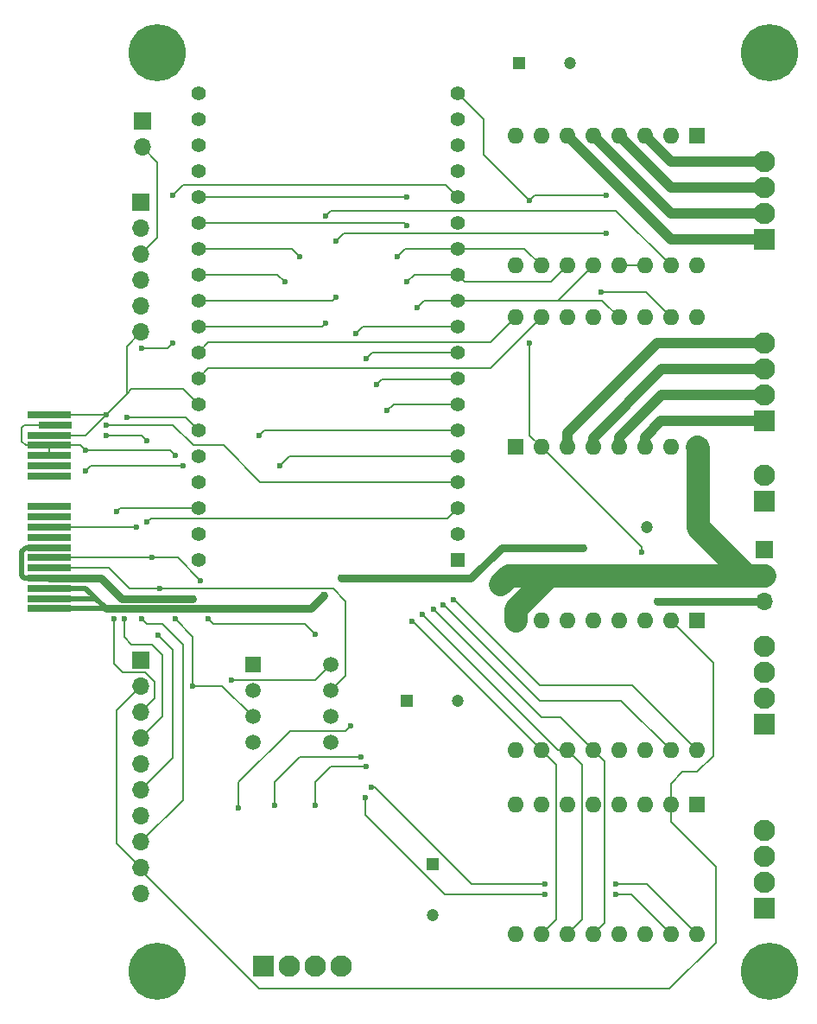
<source format=gbr>
%TF.GenerationSoftware,KiCad,Pcbnew,8.0.7*%
%TF.CreationDate,2025-01-17T12:14:06-05:00*%
%TF.ProjectId,BREAD_slice_v2,42524541-445f-4736-9c69-63655f76322e,rev?*%
%TF.SameCoordinates,Original*%
%TF.FileFunction,Copper,L2,Bot*%
%TF.FilePolarity,Positive*%
%FSLAX46Y46*%
G04 Gerber Fmt 4.6, Leading zero omitted, Abs format (unit mm)*
G04 Created by KiCad (PCBNEW 8.0.7) date 2025-01-17 12:14:06*
%MOMM*%
%LPD*%
G01*
G04 APERTURE LIST*
%TA.AperFunction,ComponentPad*%
%ADD10R,1.408000X1.408000*%
%TD*%
%TA.AperFunction,ComponentPad*%
%ADD11C,1.408000*%
%TD*%
%TA.AperFunction,ComponentPad*%
%ADD12R,1.700000X1.700000*%
%TD*%
%TA.AperFunction,ComponentPad*%
%ADD13O,1.700000X1.700000*%
%TD*%
%TA.AperFunction,ComponentPad*%
%ADD14R,1.600000X1.600000*%
%TD*%
%TA.AperFunction,ComponentPad*%
%ADD15O,1.600000X1.600000*%
%TD*%
%TA.AperFunction,ComponentPad*%
%ADD16C,1.200000*%
%TD*%
%TA.AperFunction,ComponentPad*%
%ADD17R,1.200000X1.200000*%
%TD*%
%TA.AperFunction,ComponentPad*%
%ADD18C,5.600000*%
%TD*%
%TA.AperFunction,ComponentPad*%
%ADD19R,2.100000X2.100000*%
%TD*%
%TA.AperFunction,ComponentPad*%
%ADD20C,2.100000*%
%TD*%
%TA.AperFunction,ComponentPad*%
%ADD21R,1.498600X1.498600*%
%TD*%
%TA.AperFunction,ComponentPad*%
%ADD22C,1.498600*%
%TD*%
%TA.AperFunction,ConnectorPad*%
%ADD23R,4.300000X0.700000*%
%TD*%
%TA.AperFunction,ConnectorPad*%
%ADD24R,3.200000X0.700000*%
%TD*%
%TA.AperFunction,ViaPad*%
%ADD25C,0.600000*%
%TD*%
%TA.AperFunction,ViaPad*%
%ADD26C,0.750000*%
%TD*%
%TA.AperFunction,ViaPad*%
%ADD27C,2.000000*%
%TD*%
%TA.AperFunction,Conductor*%
%ADD28C,0.200000*%
%TD*%
%TA.AperFunction,Conductor*%
%ADD29C,1.000000*%
%TD*%
%TA.AperFunction,Conductor*%
%ADD30C,0.500000*%
%TD*%
%TA.AperFunction,Conductor*%
%ADD31C,0.750000*%
%TD*%
%TA.AperFunction,Conductor*%
%ADD32C,2.250000*%
%TD*%
G04 APERTURE END LIST*
D10*
%TO.P,U1,J2_1,3V3*%
%TO.N,unconnected-(U1-3V3-PadJ2_1)*%
X164427500Y-104705000D03*
D11*
%TO.P,U1,J2_2,EN*%
%TO.N,unconnected-(U1-EN-PadJ2_2)*%
X164427500Y-102165000D03*
%TO.P,U1,J2_3,SENSOR_VP*%
%TO.N,/EstpCh1*%
X164427500Y-99625000D03*
%TO.P,U1,J2_4,SENSOR_VN*%
%TO.N,/EstpCh2*%
X164427500Y-97085000D03*
%TO.P,U1,J2_5,IO34*%
%TO.N,/TX*%
X164427500Y-94545000D03*
%TO.P,U1,J2_6,IO35*%
%TO.N,/RX*%
X164427500Y-92005000D03*
%TO.P,U1,J2_7,IO32*%
%TO.N,/AG_1*%
X164427500Y-89465000D03*
%TO.P,U1,J2_8,IO33*%
%TO.N,/AG_2*%
X164427500Y-86925000D03*
%TO.P,U1,J2_9,IO25*%
%TO.N,/AG_3*%
X164427500Y-84385000D03*
%TO.P,U1,J2_10,IO26*%
%TO.N,/AG_4*%
X164427500Y-81845000D03*
%TO.P,U1,J2_11,IO27*%
%TO.N,/MS1*%
X164427500Y-79305000D03*
%TO.P,U1,J2_12,IO14*%
%TO.N,/MS2*%
X164427500Y-76765000D03*
%TO.P,U1,J2_13,IO12*%
%TO.N,/MS3*%
X164427500Y-74225000D03*
%TO.P,U1,J2_14,GND_J2_14*%
%TO.N,GND*%
X164427500Y-71685000D03*
%TO.P,U1,J2_15,IO13*%
%TO.N,/SYNC*%
X164427500Y-69145000D03*
%TO.P,U1,J2_16,SD2*%
%TO.N,unconnected-(U1-SD2-PadJ2_16)*%
X164427500Y-66605000D03*
%TO.P,U1,J2_17,SD3*%
%TO.N,unconnected-(U1-SD3-PadJ2_17)*%
X164427500Y-64065000D03*
%TO.P,U1,J2_18,CMD*%
%TO.N,unconnected-(U1-CMD-PadJ2_18)*%
X164427500Y-61525000D03*
%TO.P,U1,J2_19,EXT_5V*%
%TO.N,+5V*%
X164427500Y-58985000D03*
%TO.P,U1,J3_1,GND_J3_1*%
%TO.N,GND*%
X139027500Y-104705000D03*
%TO.P,U1,J3_2,IO23*%
%TO.N,unconnected-(U1-IO23-PadJ3_2)*%
X139027500Y-102165000D03*
%TO.P,U1,J3_3,IO22*%
%TO.N,/SCL*%
X139027500Y-99625000D03*
%TO.P,U1,J3_4,TXD0*%
%TO.N,unconnected-(U1-TXD0-PadJ3_4)*%
X139027500Y-97085000D03*
%TO.P,U1,J3_5,RXD0*%
%TO.N,unconnected-(U1-RXD0-PadJ3_5)*%
X139027500Y-94545000D03*
%TO.P,U1,J3_6,IO21*%
%TO.N,/SDA*%
X139027500Y-92005000D03*
%TO.P,U1,J3_7,GND_J3_7*%
%TO.N,GND*%
X139027500Y-89465000D03*
%TO.P,U1,J3_8,IO19*%
%TO.N,/ST_1*%
X139027500Y-86925000D03*
%TO.P,U1,J3_9,IO18*%
%TO.N,/DR_1*%
X139027500Y-84385000D03*
%TO.P,U1,J3_10,IO5*%
%TO.N,/ST_2*%
X139027500Y-81845000D03*
%TO.P,U1,J3_11,IO17*%
%TO.N,/DR_2*%
X139027500Y-79305000D03*
%TO.P,U1,J3_12,IO16*%
%TO.N,/ST_3*%
X139027500Y-76765000D03*
%TO.P,U1,J3_13,IO4*%
%TO.N,/DR_3*%
X139027500Y-74225000D03*
%TO.P,U1,J3_14,IO0*%
%TO.N,/ST_4*%
X139027500Y-71685000D03*
%TO.P,U1,J3_15,IO2*%
%TO.N,/DR_4*%
X139027500Y-69145000D03*
%TO.P,U1,J3_16,IO15*%
%TO.N,/Sl1Lt*%
X139027500Y-66605000D03*
%TO.P,U1,J3_17,SD1*%
%TO.N,unconnected-(U1-SD1-PadJ3_17)*%
X139027500Y-64065000D03*
%TO.P,U1,J3_18,SD0*%
%TO.N,unconnected-(U1-SD0-PadJ3_18)*%
X139027500Y-61525000D03*
%TO.P,U1,J3_19,CLK*%
%TO.N,unconnected-(U1-CLK-PadJ3_19)*%
X139027500Y-58985000D03*
%TD*%
D12*
%TO.P,J4,1,Pin_1*%
%TO.N,+5V*%
X133400000Y-69675000D03*
D13*
%TO.P,J4,2,Pin_2*%
%TO.N,/CANH*%
X133400000Y-72215000D03*
%TO.P,J4,3,Pin_3*%
%TO.N,/CANL*%
X133400000Y-74755000D03*
%TO.P,J4,4,Pin_4*%
%TO.N,/SCL*%
X133400000Y-77295000D03*
%TO.P,J4,5,Pin_5*%
%TO.N,/SDA*%
X133400000Y-79835000D03*
%TO.P,J4,6,Pin_6*%
%TO.N,GND*%
X133400000Y-82375000D03*
%TD*%
D14*
%TO.P,A4,1,GND*%
%TO.N,GND*%
X187890000Y-110660000D03*
D15*
%TO.P,A4,2,VDD*%
%TO.N,+5V*%
X185350000Y-110660000D03*
%TO.P,A4,3,1B*%
%TO.N,/A4_1B*%
X182810000Y-110660000D03*
%TO.P,A4,4,1A*%
%TO.N,/A4_1A*%
X180270000Y-110660000D03*
%TO.P,A4,5,2A*%
%TO.N,/A4_2A*%
X177730000Y-110660000D03*
%TO.P,A4,6,2B*%
%TO.N,/A4_2B*%
X175190000Y-110660000D03*
%TO.P,A4,7,GND*%
%TO.N,GND*%
X172650000Y-110660000D03*
%TO.P,A4,8,VMOT*%
%TO.N,/M_POWER*%
X170110000Y-110660000D03*
%TO.P,A4,9,~{ENABLE}*%
%TO.N,unconnected-(A4-~{ENABLE}-Pad9)*%
X170110000Y-123360000D03*
%TO.P,A4,10,MS1*%
%TO.N,/MS3*%
X172650000Y-123360000D03*
%TO.P,A4,11,MS2*%
%TO.N,/MS2*%
X175190000Y-123360000D03*
%TO.P,A4,12,MS3*%
%TO.N,/MS1*%
X177730000Y-123360000D03*
%TO.P,A4,13,~{RESET}*%
%TO.N,Net-(A4-~{RESET})*%
X180270000Y-123360000D03*
%TO.P,A4,14,~{SLEEP}*%
X182810000Y-123360000D03*
%TO.P,A4,15,STEP*%
%TO.N,/ST_4*%
X185350000Y-123360000D03*
%TO.P,A4,16,DIR*%
%TO.N,/DR_4*%
X187890000Y-123360000D03*
%TD*%
D16*
%TO.P,C4,N*%
%TO.N,GND*%
X164500000Y-118500000D03*
D17*
%TO.P,C4,P*%
%TO.N,/M_POWER*%
X159500000Y-118500000D03*
%TD*%
D18*
%TO.P,H4,1*%
%TO.N,N/C*%
X195000000Y-145000000D03*
%TD*%
D19*
%TO.P,J10,1,Pin_1*%
%TO.N,/A1_2B*%
X194500000Y-91120000D03*
D20*
%TO.P,J10,2,Pin_2*%
%TO.N,/A1_2A*%
X194500000Y-88580000D03*
%TO.P,J10,3,Pin_3*%
%TO.N,/A1_1A*%
X194500000Y-86040000D03*
%TO.P,J10,4,Pin_4*%
%TO.N,/A1_1B*%
X194500000Y-83500000D03*
%TD*%
D16*
%TO.P,C3,N*%
%TO.N,GND*%
X175500000Y-56000000D03*
D17*
%TO.P,C3,P*%
%TO.N,/M_POWER*%
X170500000Y-56000000D03*
%TD*%
D19*
%TO.P,J2,1,Pin_1*%
%TO.N,/A_IN4*%
X145420000Y-144500000D03*
D20*
%TO.P,J2,2,Pin_2*%
%TO.N,/A_IN3*%
X147960000Y-144500000D03*
%TO.P,J2,3,Pin_3*%
%TO.N,/A_IN2*%
X150500000Y-144500000D03*
%TO.P,J2,4,Pin_4*%
%TO.N,/A_IN1*%
X153040000Y-144500000D03*
%TD*%
D14*
%TO.P,A3,1,GND*%
%TO.N,GND*%
X187890000Y-128660000D03*
D15*
%TO.P,A3,2,VDD*%
%TO.N,+5V*%
X185350000Y-128660000D03*
%TO.P,A3,3,1B*%
%TO.N,/A3_1B*%
X182810000Y-128660000D03*
%TO.P,A3,4,1A*%
%TO.N,/A3_1A*%
X180270000Y-128660000D03*
%TO.P,A3,5,2A*%
%TO.N,/A3_2A*%
X177730000Y-128660000D03*
%TO.P,A3,6,2B*%
%TO.N,/A3_2B*%
X175190000Y-128660000D03*
%TO.P,A3,7,GND*%
%TO.N,GND*%
X172650000Y-128660000D03*
%TO.P,A3,8,VMOT*%
%TO.N,/M_POWER*%
X170110000Y-128660000D03*
%TO.P,A3,9,~{ENABLE}*%
%TO.N,unconnected-(A3-~{ENABLE}-Pad9)*%
X170110000Y-141360000D03*
%TO.P,A3,10,MS1*%
%TO.N,/MS3*%
X172650000Y-141360000D03*
%TO.P,A3,11,MS2*%
%TO.N,/MS2*%
X175190000Y-141360000D03*
%TO.P,A3,12,MS3*%
%TO.N,/MS1*%
X177730000Y-141360000D03*
%TO.P,A3,13,~{RESET}*%
%TO.N,Net-(A3-~{RESET})*%
X180270000Y-141360000D03*
%TO.P,A3,14,~{SLEEP}*%
X182810000Y-141360000D03*
%TO.P,A3,15,STEP*%
%TO.N,/ST_3*%
X185350000Y-141360000D03*
%TO.P,A3,16,DIR*%
%TO.N,/DR_3*%
X187890000Y-141360000D03*
%TD*%
D21*
%TO.P,U2,1,TXD*%
%TO.N,/RX*%
X144380000Y-115000000D03*
D22*
%TO.P,U2,2,VSS*%
%TO.N,GND*%
X144380000Y-117540000D03*
%TO.P,U2,3,VDD*%
%TO.N,+5V*%
X144380000Y-120080000D03*
%TO.P,U2,4,RXD*%
%TO.N,/TX*%
X144380000Y-122620000D03*
%TO.P,U2,5,SPLIT*%
%TO.N,unconnected-(U2-SPLIT-Pad5)*%
X152000000Y-122620000D03*
%TO.P,U2,6,CANL*%
%TO.N,/CANL*%
X152000000Y-120080000D03*
%TO.P,U2,7,CANH*%
%TO.N,/CANH*%
X152000000Y-117540000D03*
%TO.P,U2,8,STBY*%
%TO.N,Net-(U2-STBY)*%
X152000000Y-115000000D03*
%TD*%
D14*
%TO.P,A1,1,GND*%
%TO.N,GND*%
X170110000Y-93645000D03*
D15*
%TO.P,A1,2,VDD*%
%TO.N,+5V*%
X172650000Y-93645000D03*
%TO.P,A1,3,1B*%
%TO.N,/A1_1B*%
X175190000Y-93645000D03*
%TO.P,A1,4,1A*%
%TO.N,/A1_1A*%
X177730000Y-93645000D03*
%TO.P,A1,5,2A*%
%TO.N,/A1_2A*%
X180270000Y-93645000D03*
%TO.P,A1,6,2B*%
%TO.N,/A1_2B*%
X182810000Y-93645000D03*
%TO.P,A1,7,GND*%
%TO.N,GND*%
X185350000Y-93645000D03*
%TO.P,A1,8,VMOT*%
%TO.N,/M_POWER*%
X187890000Y-93645000D03*
%TO.P,A1,9,~{ENABLE}*%
%TO.N,unconnected-(A1-~{ENABLE}-Pad9)*%
X187890000Y-80945000D03*
%TO.P,A1,10,MS1*%
%TO.N,/MS3*%
X185350000Y-80945000D03*
%TO.P,A1,11,MS2*%
%TO.N,/MS2*%
X182810000Y-80945000D03*
%TO.P,A1,12,MS3*%
%TO.N,/MS1*%
X180270000Y-80945000D03*
%TO.P,A1,13,~{RESET}*%
%TO.N,Net-(A1-~{RESET})*%
X177730000Y-80945000D03*
%TO.P,A1,14,~{SLEEP}*%
X175190000Y-80945000D03*
%TO.P,A1,15,STEP*%
%TO.N,/ST_1*%
X172650000Y-80945000D03*
%TO.P,A1,16,DIR*%
%TO.N,/DR_1*%
X170110000Y-80945000D03*
%TD*%
D19*
%TO.P,J11,1,Pin_1*%
%TO.N,/A2_2B*%
X194500000Y-73315000D03*
D20*
%TO.P,J11,2,Pin_2*%
%TO.N,/A2_2A*%
X194500000Y-70775000D03*
%TO.P,J11,3,Pin_3*%
%TO.N,/A2_1A*%
X194500000Y-68235000D03*
%TO.P,J11,4,Pin_4*%
%TO.N,/A2_1B*%
X194500000Y-65695000D03*
%TD*%
D12*
%TO.P,J7,1,Pin_1*%
%TO.N,GND*%
X133400000Y-114550000D03*
D13*
%TO.P,J7,2,Pin_2*%
%TO.N,+5V*%
X133400000Y-117090000D03*
%TO.P,J7,3,Pin_3*%
%TO.N,/SCL*%
X133400000Y-119630000D03*
%TO.P,J7,4,Pin_4*%
%TO.N,/SDA*%
X133400000Y-122170000D03*
%TO.P,J7,5,Pin_5*%
%TO.N,GND*%
X133400000Y-124710000D03*
%TO.P,J7,6,Pin_6*%
%TO.N,/EstpCh1*%
X133400000Y-127250000D03*
%TO.P,J7,7,Pin_7*%
%TO.N,unconnected-(J7-Pin_7-Pad7)*%
X133400000Y-129790000D03*
%TO.P,J7,8,Pin_8*%
%TO.N,/SYNC*%
X133400000Y-132330000D03*
%TO.P,J7,9,Pin_9*%
%TO.N,+5V*%
X133400000Y-134870000D03*
%TO.P,J7,10,Pin_10*%
%TO.N,GND*%
X133400000Y-137410000D03*
%TD*%
D18*
%TO.P,H2,1*%
%TO.N,N/C*%
X195000000Y-55000000D03*
%TD*%
D19*
%TO.P,J8,1,Pin_1*%
%TO.N,/A3_2B*%
X194500000Y-138815000D03*
D20*
%TO.P,J8,2,Pin_2*%
%TO.N,/A3_2A*%
X194500000Y-136275000D03*
%TO.P,J8,3,Pin_3*%
%TO.N,/A3_1A*%
X194500000Y-133735000D03*
%TO.P,J8,4,Pin_4*%
%TO.N,/A3_1B*%
X194500000Y-131195000D03*
%TD*%
D12*
%TO.P,J6,1,Pin_1*%
%TO.N,/CANH*%
X133525000Y-61750000D03*
D13*
%TO.P,J6,2,Pin_2*%
%TO.N,/CANL*%
X133525000Y-64290000D03*
%TD*%
D16*
%TO.P,C5,N*%
%TO.N,GND*%
X162000000Y-139500000D03*
D17*
%TO.P,C5,P*%
%TO.N,/M_POWER*%
X162000000Y-134500000D03*
%TD*%
D12*
%TO.P,J3,1,Pin_1*%
%TO.N,Net-(J3-Pin_1)*%
X194500000Y-103680000D03*
D13*
%TO.P,J3,2,Pin_2*%
%TO.N,/M_POWER*%
X194500000Y-106220000D03*
%TO.P,J3,3,Pin_3*%
%TO.N,+12V*%
X194500000Y-108760000D03*
%TD*%
D19*
%TO.P,J5,1,Pin_1*%
%TO.N,Net-(J3-Pin_1)*%
X194500000Y-99000000D03*
D20*
%TO.P,J5,2,Pin_2*%
%TO.N,GND*%
X194500000Y-96460000D03*
%TD*%
D16*
%TO.P,C2,N*%
%TO.N,GND*%
X183000000Y-101500000D03*
D17*
%TO.P,C2,P*%
%TO.N,/M_POWER*%
X188000000Y-101500000D03*
%TD*%
D18*
%TO.P,H3,1*%
%TO.N,N/C*%
X135000000Y-145000000D03*
%TD*%
%TO.P,H1,1*%
%TO.N,N/C*%
X135000000Y-55000000D03*
%TD*%
D14*
%TO.P,A2,1,GND*%
%TO.N,GND*%
X187890000Y-63160000D03*
D15*
%TO.P,A2,2,VDD*%
%TO.N,+5V*%
X185350000Y-63160000D03*
%TO.P,A2,3,1B*%
%TO.N,/A2_1B*%
X182810000Y-63160000D03*
%TO.P,A2,4,1A*%
%TO.N,/A2_1A*%
X180270000Y-63160000D03*
%TO.P,A2,5,2A*%
%TO.N,/A2_2A*%
X177730000Y-63160000D03*
%TO.P,A2,6,2B*%
%TO.N,/A2_2B*%
X175190000Y-63160000D03*
%TO.P,A2,7,GND*%
%TO.N,GND*%
X172650000Y-63160000D03*
%TO.P,A2,8,VMOT*%
%TO.N,/M_POWER*%
X170110000Y-63160000D03*
%TO.P,A2,9,~{ENABLE}*%
%TO.N,unconnected-(A2-~{ENABLE}-Pad9)*%
X170110000Y-75860000D03*
%TO.P,A2,10,MS1*%
%TO.N,/MS3*%
X172650000Y-75860000D03*
%TO.P,A2,11,MS2*%
%TO.N,/MS2*%
X175190000Y-75860000D03*
%TO.P,A2,12,MS3*%
%TO.N,/MS1*%
X177730000Y-75860000D03*
%TO.P,A2,13,~{RESET}*%
%TO.N,Net-(A2-~{RESET})*%
X180270000Y-75860000D03*
%TO.P,A2,14,~{SLEEP}*%
X182810000Y-75860000D03*
%TO.P,A2,15,STEP*%
%TO.N,/ST_2*%
X185350000Y-75860000D03*
%TO.P,A2,16,DIR*%
%TO.N,/DR_2*%
X187890000Y-75860000D03*
%TD*%
D19*
%TO.P,J9,1,Pin_1*%
%TO.N,/A4_2B*%
X194500000Y-120815000D03*
D20*
%TO.P,J9,2,Pin_2*%
%TO.N,/A4_2A*%
X194500000Y-118275000D03*
%TO.P,J9,3,Pin_3*%
%TO.N,/A4_1A*%
X194500000Y-115735000D03*
%TO.P,J9,4,Pin_4*%
%TO.N,/A4_1B*%
X194500000Y-113195000D03*
%TD*%
D23*
%TO.P,J1,B1,B1*%
%TO.N,+12V*%
X124450000Y-109500000D03*
%TO.P,J1,B2,B2*%
X124450000Y-108500000D03*
%TO.P,J1,B3,B3*%
X124450000Y-107500000D03*
%TO.P,J1,B4,B4*%
%TO.N,GND*%
X124450000Y-106500000D03*
%TO.P,J1,B5,B5*%
%TO.N,/CANH*%
X124450000Y-105500000D03*
%TO.P,J1,B6,B6*%
%TO.N,/CANL*%
X124450000Y-104500000D03*
%TO.P,J1,B7,B7*%
%TO.N,GND*%
X124450000Y-103500000D03*
%TO.P,J1,B8,B8*%
%TO.N,unconnected-(J1-PadB8)*%
X124450000Y-102500000D03*
%TO.P,J1,B9,B9*%
%TO.N,/SYNC*%
X124450000Y-101500000D03*
%TO.P,J1,B10,B10*%
%TO.N,unconnected-(J1-PadB10)*%
X124450000Y-100500000D03*
%TO.P,J1,B11,B11*%
%TO.N,unconnected-(J1-PadB11)*%
X124450000Y-99500000D03*
%TO.P,J1,B12,B12*%
%TO.N,unconnected-(J1-PadB12)*%
X124450000Y-96500000D03*
%TO.P,J1,B13,B13*%
%TO.N,unconnected-(J1-PadB13)*%
X124450000Y-95500000D03*
%TO.P,J1,B14,B14*%
%TO.N,+5V*%
X124450000Y-94500000D03*
%TO.P,J1,B15,B15*%
X124450000Y-93500000D03*
%TO.P,J1,B16,B16*%
%TO.N,GND*%
X124450000Y-92500000D03*
D24*
%TO.P,J1,B17,B17*%
%TO.N,+5V*%
X125000000Y-91500000D03*
D23*
%TO.P,J1,B18,B18*%
%TO.N,GND*%
X124450000Y-90500000D03*
%TD*%
D25*
%TO.N,/MS1*%
X160500000Y-80000000D03*
X162052500Y-109592500D03*
D26*
%TO.N,GND*%
X138500000Y-108500000D03*
X130000000Y-107000000D03*
D25*
X130000000Y-90500000D03*
%TO.N,+5V*%
X128000000Y-94000000D03*
X179000000Y-69000000D03*
X182500000Y-104000000D03*
X136750000Y-94500000D03*
X171500000Y-69500000D03*
X138500000Y-117090000D03*
X136750000Y-110500000D03*
X171500000Y-83500000D03*
%TO.N,/MS2*%
X159500000Y-77500000D03*
X160967500Y-110092500D03*
D27*
%TO.N,/M_POWER*%
X168625000Y-107125000D03*
D25*
%TO.N,/MS3*%
X160000000Y-110750000D03*
X178500000Y-78500000D03*
X158500000Y-75000000D03*
%TO.N,/ST_2*%
X151500000Y-71000000D03*
X151500000Y-81500000D03*
%TO.N,/DR_2*%
X179000000Y-72689000D03*
X152500000Y-73500000D03*
X152500000Y-79000000D03*
%TO.N,/ST_3*%
X173000000Y-137500000D03*
X147500000Y-77500000D03*
X155424264Y-128000000D03*
X180000000Y-137500000D03*
%TO.N,/DR_3*%
X149000000Y-75000000D03*
X155976065Y-127000000D03*
X180000000Y-136500000D03*
X173000000Y-136500000D03*
%TO.N,/DR_4*%
X159500000Y-69145000D03*
X164052500Y-108592500D03*
%TO.N,/ST_4*%
X159500000Y-72000000D03*
X163052500Y-109092500D03*
%TO.N,/AG_1*%
X157562500Y-90062500D03*
%TO.N,/AG_2*%
X155500000Y-125000000D03*
X150500000Y-128737500D03*
X156500000Y-87500000D03*
%TO.N,/AG_3*%
X146500000Y-128737500D03*
X155500000Y-85000000D03*
X155000000Y-124000000D03*
%TO.N,/AG_4*%
X154500000Y-82500000D03*
X154000000Y-121000000D03*
X143000000Y-129000000D03*
D26*
%TO.N,+12V*%
X151375000Y-108175000D03*
X184000000Y-108760000D03*
X153000000Y-106500000D03*
X176750000Y-103500000D03*
X130000000Y-109500000D03*
D25*
%TO.N,/SYNC*%
X136500000Y-69000000D03*
X133500000Y-84000000D03*
X133500000Y-110500000D03*
X136500000Y-83500000D03*
X133000000Y-101500000D03*
%TO.N,/Sl1Lt*%
X128000000Y-96000000D03*
X137500000Y-95500000D03*
%TO.N,/EstpCh1*%
X135100000Y-112100000D03*
X130000000Y-92500000D03*
X134000000Y-93000000D03*
X134000000Y-101000000D03*
%TO.N,/CANL*%
X140000000Y-110500000D03*
X150500000Y-112000000D03*
X139250000Y-106750000D03*
X134500000Y-104500000D03*
%TO.N,/EstpCh2*%
X130000000Y-91500000D03*
%TO.N,/CANH*%
X135250000Y-107500000D03*
%TO.N,/SCL*%
X131000000Y-100025000D03*
X130750000Y-110500000D03*
%TO.N,/SDA*%
X132000000Y-90750000D03*
X131750000Y-110500000D03*
%TO.N,Net-(U2-STBY)*%
X142250000Y-116490700D03*
%TO.N,/RX*%
X145000000Y-92500000D03*
%TO.N,/TX*%
X147000000Y-95500000D03*
%TD*%
D28*
%TO.N,/MS1*%
X162092500Y-109592500D02*
X172651471Y-120151471D01*
X172651471Y-120151471D02*
X174521471Y-120151471D01*
X174285000Y-79305000D02*
X177730000Y-75860000D01*
X174521471Y-120151471D02*
X177730000Y-123360000D01*
X178630000Y-79305000D02*
X180270000Y-80945000D01*
X162052500Y-109592500D02*
X162092500Y-109592500D01*
X178830000Y-140260000D02*
X177730000Y-141360000D01*
X177730000Y-123360000D02*
X178830000Y-124460000D01*
X160500000Y-80000000D02*
X161195000Y-79305000D01*
X164427500Y-79305000D02*
X174285000Y-79305000D01*
X174285000Y-79305000D02*
X178630000Y-79305000D01*
X178830000Y-124460000D02*
X178830000Y-140260000D01*
X161195000Y-79305000D02*
X164427500Y-79305000D01*
D29*
%TO.N,/A1_1B*%
X175190000Y-92310000D02*
X184000000Y-83500000D01*
X184000000Y-83500000D02*
X194500000Y-83500000D01*
X175190000Y-93645000D02*
X175190000Y-92310000D01*
D30*
%TO.N,GND*%
X121750000Y-106250000D02*
X122000000Y-106500000D01*
D28*
X124450000Y-92500000D02*
X128000000Y-92500000D01*
X137562500Y-88000000D02*
X139027500Y-89465000D01*
X124450000Y-90500000D02*
X130000000Y-90500000D01*
X132000000Y-88500000D02*
X132000000Y-83775000D01*
X132000000Y-83775000D02*
X133400000Y-82375000D01*
D30*
X124450000Y-103500000D02*
X122100000Y-103500000D01*
D28*
X130000000Y-90500000D02*
X132000000Y-88500000D01*
D31*
X131500000Y-108500000D02*
X138500000Y-108500000D01*
X129500000Y-106500000D02*
X130000000Y-107000000D01*
D28*
X128000000Y-92500000D02*
X130000000Y-90500000D01*
D30*
X121750000Y-103850000D02*
X121750000Y-106250000D01*
D31*
X130000000Y-107000000D02*
X131500000Y-108500000D01*
D28*
X132000000Y-88500000D02*
X132500000Y-88000000D01*
D30*
X122000000Y-106500000D02*
X124450000Y-106500000D01*
X122100000Y-103500000D02*
X121750000Y-103850000D01*
D31*
X124450000Y-106500000D02*
X129500000Y-106500000D01*
D28*
X132500000Y-88000000D02*
X137562500Y-88000000D01*
%TO.N,/ST_1*%
X140031500Y-85921000D02*
X167674000Y-85921000D01*
X167674000Y-85921000D02*
X172650000Y-80945000D01*
X139027500Y-86925000D02*
X140031500Y-85921000D01*
%TO.N,+5V*%
X185350000Y-110660000D02*
X189500000Y-114810000D01*
X166942500Y-61500000D02*
X164427500Y-58985000D01*
X189750000Y-142250000D02*
X185250000Y-146750000D01*
X185350000Y-128660000D02*
X185350000Y-130350000D01*
X133400000Y-135150000D02*
X133400000Y-134870000D01*
X127500000Y-93500000D02*
X128000000Y-94000000D01*
X121750000Y-93150000D02*
X122100000Y-93500000D01*
X133400000Y-117090000D02*
X131000000Y-119490000D01*
X121750000Y-91750000D02*
X121750000Y-93150000D01*
X138500000Y-117090000D02*
X138500000Y-112250000D01*
X124450000Y-93500000D02*
X127500000Y-93500000D01*
X186500000Y-125500000D02*
X185350000Y-126650000D01*
X187902817Y-125500000D02*
X186500000Y-125500000D01*
X189500000Y-114810000D02*
X189500000Y-123902817D01*
X189500000Y-123902817D02*
X187902817Y-125500000D01*
X172000000Y-69000000D02*
X179000000Y-69000000D01*
X145000000Y-146750000D02*
X133400000Y-135150000D01*
X167000000Y-65000000D02*
X167000000Y-61500000D01*
X185350000Y-126650000D02*
X185350000Y-128660000D01*
X136750000Y-94500000D02*
X136250000Y-94000000D01*
X124450000Y-93500000D02*
X124450000Y-94500000D01*
X171500000Y-69500000D02*
X167000000Y-65000000D01*
X171500000Y-69500000D02*
X172000000Y-69000000D01*
X131000000Y-119490000D02*
X131000000Y-132470000D01*
X136250000Y-94000000D02*
X128000000Y-94000000D01*
X185350000Y-130350000D02*
X189750000Y-134750000D01*
X141390000Y-117090000D02*
X144380000Y-120080000D01*
X189750000Y-134750000D02*
X189750000Y-142250000D01*
X182500000Y-103495000D02*
X172650000Y-93645000D01*
X122000000Y-91500000D02*
X121750000Y-91750000D01*
X185250000Y-146750000D02*
X145000000Y-146750000D01*
X171500000Y-92495000D02*
X171500000Y-83500000D01*
X131000000Y-132470000D02*
X133400000Y-134870000D01*
X138500000Y-117090000D02*
X141390000Y-117090000D01*
X172650000Y-93645000D02*
X171500000Y-92495000D01*
X122100000Y-93500000D02*
X124450000Y-93500000D01*
X138500000Y-112250000D02*
X136750000Y-110500000D01*
X167000000Y-61500000D02*
X166942500Y-61500000D01*
X182500000Y-104000000D02*
X182500000Y-103495000D01*
X125000000Y-91500000D02*
X122000000Y-91500000D01*
%TO.N,/DR_1*%
X140031500Y-83381000D02*
X167674000Y-83381000D01*
X139027500Y-84385000D02*
X140031500Y-83381000D01*
X167674000Y-83381000D02*
X170110000Y-80945000D01*
D29*
%TO.N,/A1_2A*%
X184420000Y-88580000D02*
X194500000Y-88580000D01*
X180270000Y-92730000D02*
X184420000Y-88580000D01*
X180270000Y-93645000D02*
X180270000Y-92730000D01*
D28*
%TO.N,/MS2*%
X176630000Y-139920000D02*
X175190000Y-141360000D01*
X174275000Y-123360000D02*
X175190000Y-123360000D01*
X176630000Y-124800000D02*
X176630000Y-139920000D01*
X161007500Y-110092500D02*
X174275000Y-123360000D01*
X160235000Y-76765000D02*
X164427500Y-76765000D01*
X164427500Y-76765000D02*
X165131500Y-77469000D01*
X160967500Y-110092500D02*
X161007500Y-110092500D01*
X175190000Y-123360000D02*
X176630000Y-124800000D01*
X159500000Y-77500000D02*
X160235000Y-76765000D01*
X165131500Y-77469000D02*
X173581000Y-77469000D01*
X173581000Y-77469000D02*
X175190000Y-75860000D01*
D32*
%TO.N,/M_POWER*%
X169500000Y-106250000D02*
X173388630Y-106250000D01*
X194500000Y-106220000D02*
X192720000Y-106220000D01*
X168625000Y-107125000D02*
X169500000Y-106250000D01*
X188000000Y-101500000D02*
X188000000Y-93755000D01*
X188000000Y-93755000D02*
X187890000Y-93645000D01*
X173388630Y-106250000D02*
X170110000Y-109528630D01*
X194470000Y-106250000D02*
X173388630Y-106250000D01*
X192720000Y-106220000D02*
X188000000Y-101500000D01*
X170110000Y-109528630D02*
X170110000Y-110660000D01*
X194500000Y-106220000D02*
X194470000Y-106250000D01*
D29*
%TO.N,/A1_2B*%
X184380000Y-91120000D02*
X194500000Y-91120000D01*
X182810000Y-92690000D02*
X184380000Y-91120000D01*
X182810000Y-93645000D02*
X182810000Y-92690000D01*
%TO.N,/A1_1A*%
X177730000Y-93645000D02*
X177730000Y-92770000D01*
X177730000Y-92770000D02*
X184460000Y-86040000D01*
X184460000Y-86040000D02*
X194500000Y-86040000D01*
D28*
%TO.N,/MS3*%
X174090000Y-139920000D02*
X172650000Y-141360000D01*
X160040000Y-110750000D02*
X160000000Y-110750000D01*
X172650000Y-123360000D02*
X160040000Y-110750000D01*
X159275000Y-74225000D02*
X164427500Y-74225000D01*
X178500000Y-78500000D02*
X182905000Y-78500000D01*
X172650000Y-123360000D02*
X174090000Y-124800000D01*
X158500000Y-75000000D02*
X159275000Y-74225000D01*
X164427500Y-74225000D02*
X171015000Y-74225000D01*
X182905000Y-78500000D02*
X185350000Y-80945000D01*
X174090000Y-124800000D02*
X174090000Y-139920000D01*
X171015000Y-74225000D02*
X172650000Y-75860000D01*
%TO.N,Net-(A2-~{RESET})*%
X180270000Y-75860000D02*
X182810000Y-75860000D01*
D29*
%TO.N,/A2_2B*%
X185345000Y-73315000D02*
X194500000Y-73315000D01*
X175190000Y-63160000D02*
X185345000Y-73315000D01*
D28*
%TO.N,/ST_2*%
X139027500Y-81845000D02*
X151155000Y-81845000D01*
X151500000Y-71000000D02*
X152000000Y-70500000D01*
X179990000Y-70500000D02*
X185350000Y-75860000D01*
X152000000Y-70500000D02*
X179990000Y-70500000D01*
X151155000Y-81845000D02*
X151500000Y-81500000D01*
D29*
%TO.N,/A2_1B*%
X185345000Y-65695000D02*
X194500000Y-65695000D01*
X182810000Y-63160000D02*
X185345000Y-65695000D01*
D28*
%TO.N,/DR_2*%
X139027500Y-79305000D02*
X152195000Y-79305000D01*
X153311000Y-72689000D02*
X179000000Y-72689000D01*
X152500000Y-73500000D02*
X153311000Y-72689000D01*
X179000000Y-72689000D02*
X179189000Y-72689000D01*
X152195000Y-79305000D02*
X152500000Y-79000000D01*
D29*
%TO.N,/A2_1A*%
X180270000Y-63160000D02*
X185345000Y-68235000D01*
X185345000Y-68235000D02*
X194500000Y-68235000D01*
%TO.N,/A2_2A*%
X177730000Y-63160000D02*
X185345000Y-70775000D01*
X185345000Y-70775000D02*
X194500000Y-70775000D01*
D28*
%TO.N,/ST_3*%
X139027500Y-76765000D02*
X146765000Y-76765000D01*
X155424264Y-129724264D02*
X163200000Y-137500000D01*
X155424264Y-128000000D02*
X155424264Y-129724264D01*
X181490000Y-137500000D02*
X185350000Y-141360000D01*
X163200000Y-137500000D02*
X173000000Y-137500000D01*
X180000000Y-137500000D02*
X181490000Y-137500000D01*
X146765000Y-76765000D02*
X147500000Y-77500000D01*
%TO.N,/DR_3*%
X155976065Y-127000000D02*
X156300000Y-127000000D01*
X165800000Y-136500000D02*
X173000000Y-136500000D01*
X148225000Y-74225000D02*
X149000000Y-75000000D01*
X156300000Y-127000000D02*
X165800000Y-136500000D01*
X183030000Y-136500000D02*
X187890000Y-141360000D01*
X180000000Y-136500000D02*
X183030000Y-136500000D01*
X139027500Y-74225000D02*
X148225000Y-74225000D01*
%TO.N,/DR_4*%
X172500000Y-117000000D02*
X181530000Y-117000000D01*
X164092500Y-108592500D02*
X172500000Y-117000000D01*
X164052500Y-108592500D02*
X164092500Y-108592500D01*
X159500000Y-69145000D02*
X139027500Y-69145000D01*
X181530000Y-117000000D02*
X187890000Y-123360000D01*
%TO.N,/ST_4*%
X172500000Y-118500000D02*
X180490000Y-118500000D01*
X159185000Y-71685000D02*
X139027500Y-71685000D01*
X163092500Y-109092500D02*
X172500000Y-118500000D01*
X163052500Y-109092500D02*
X163092500Y-109092500D01*
X180490000Y-118500000D02*
X185350000Y-123360000D01*
X159500000Y-72000000D02*
X159185000Y-71685000D01*
%TO.N,/AG_1*%
X158160000Y-89465000D02*
X164427500Y-89465000D01*
X157562500Y-90062500D02*
X158160000Y-89465000D01*
%TO.N,/AG_2*%
X157000000Y-87000000D02*
X164352500Y-87000000D01*
X150500000Y-126500000D02*
X150500000Y-128737500D01*
X164352500Y-87000000D02*
X164427500Y-86925000D01*
X155500000Y-125000000D02*
X152000000Y-125000000D01*
X156500000Y-87500000D02*
X157000000Y-87000000D01*
X152000000Y-125000000D02*
X150500000Y-126500000D01*
%TO.N,/AG_3*%
X156115000Y-84385000D02*
X164427500Y-84385000D01*
X149000000Y-124000000D02*
X155000000Y-124000000D01*
X155500000Y-85000000D02*
X156115000Y-84385000D01*
X146500000Y-128737500D02*
X146500000Y-126500000D01*
X146500000Y-126500000D02*
X149000000Y-124000000D01*
%TO.N,/AG_4*%
X143000000Y-126500000D02*
X143000000Y-129000000D01*
X154500000Y-82500000D02*
X155155000Y-81845000D01*
X154000000Y-121000000D02*
X153500000Y-121500000D01*
X148000000Y-121500000D02*
X143000000Y-126500000D01*
X153500000Y-121500000D02*
X148000000Y-121500000D01*
X155155000Y-81845000D02*
X164427500Y-81845000D01*
D31*
%TO.N,+12V*%
X150051000Y-109499000D02*
X130001000Y-109499000D01*
X151375000Y-108175000D02*
X150051000Y-109499000D01*
D30*
X124450000Y-107500000D02*
X128000000Y-107500000D01*
X124450000Y-109500000D02*
X130000000Y-109500000D01*
D31*
X165750000Y-106500000D02*
X168750000Y-103500000D01*
D30*
X129000000Y-108500000D02*
X130000000Y-109500000D01*
D31*
X130001000Y-109499000D02*
X130000000Y-109500000D01*
D30*
X128000000Y-107500000D02*
X130000000Y-109500000D01*
D31*
X184000000Y-108760000D02*
X194500000Y-108760000D01*
D30*
X124450000Y-108500000D02*
X129000000Y-108500000D01*
D31*
X168750000Y-103500000D02*
X176750000Y-103500000D01*
X153000000Y-106500000D02*
X165750000Y-106500000D01*
D28*
%TO.N,/SYNC*%
X135500000Y-111000000D02*
X137500000Y-113000000D01*
X137500000Y-68000000D02*
X163282500Y-68000000D01*
X134000000Y-111000000D02*
X135500000Y-111000000D01*
X133000000Y-101500000D02*
X124450000Y-101500000D01*
X136000000Y-84000000D02*
X133500000Y-84000000D01*
X137500000Y-113000000D02*
X137500000Y-128230000D01*
X136500000Y-69000000D02*
X137500000Y-68000000D01*
X136500000Y-83500000D02*
X136000000Y-84000000D01*
X133500000Y-110500000D02*
X134000000Y-111000000D01*
X163282500Y-68000000D02*
X164427500Y-69145000D01*
X137500000Y-128230000D02*
X133400000Y-132330000D01*
%TO.N,/Sl1Lt*%
X128500000Y-95500000D02*
X137500000Y-95500000D01*
X128000000Y-96000000D02*
X128500000Y-95500000D01*
%TO.N,/EstpCh1*%
X136500000Y-124150000D02*
X133400000Y-127250000D01*
X136500000Y-113500000D02*
X136500000Y-124150000D01*
X133500000Y-92500000D02*
X134000000Y-93000000D01*
X163423500Y-100629000D02*
X164427500Y-99625000D01*
X130000000Y-92500000D02*
X133500000Y-92500000D01*
X135100000Y-112100000D02*
X136500000Y-113500000D01*
X134000000Y-101000000D02*
X134371000Y-100629000D01*
X134371000Y-100629000D02*
X163423500Y-100629000D01*
%TO.N,/CANL*%
X134500000Y-104500000D02*
X124450000Y-104500000D01*
X140500000Y-111000000D02*
X149500000Y-111000000D01*
X140000000Y-110500000D02*
X140500000Y-111000000D01*
X137000000Y-104500000D02*
X134500000Y-104500000D01*
X149500000Y-111000000D02*
X150500000Y-112000000D01*
X139250000Y-106750000D02*
X137000000Y-104500000D01*
X135000000Y-65765000D02*
X133525000Y-64290000D01*
X133400000Y-74755000D02*
X135000000Y-73155000D01*
X135000000Y-73155000D02*
X135000000Y-65765000D01*
%TO.N,/EstpCh2*%
X141500000Y-93500000D02*
X145085000Y-97085000D01*
X138551315Y-93500000D02*
X141500000Y-93500000D01*
X145085000Y-97085000D02*
X164427500Y-97085000D01*
X130000000Y-91500000D02*
X136551315Y-91500000D01*
X136551315Y-91500000D02*
X138551315Y-93500000D01*
%TO.N,/CANH*%
X153500000Y-116040000D02*
X152000000Y-117540000D01*
X152250000Y-107500000D02*
X153500000Y-108750000D01*
X132250000Y-107500000D02*
X135250000Y-107500000D01*
X130250000Y-105500000D02*
X132250000Y-107500000D01*
X124450000Y-105500000D02*
X130250000Y-105500000D01*
X153500000Y-108750000D02*
X153500000Y-116040000D01*
X135250000Y-107500000D02*
X152250000Y-107500000D01*
%TO.N,/SCL*%
X131600000Y-115750000D02*
X130750000Y-114900000D01*
X134750000Y-116700000D02*
X133800000Y-115750000D01*
X131000000Y-100025000D02*
X131400000Y-99625000D01*
X133400000Y-119630000D02*
X134750000Y-118280000D01*
X134750000Y-118280000D02*
X134750000Y-116700000D01*
X130750000Y-114900000D02*
X130750000Y-110500000D01*
X133800000Y-115750000D02*
X131600000Y-115750000D01*
X131400000Y-99625000D02*
X139027500Y-99625000D01*
%TO.N,/SDA*%
X133400000Y-122170000D02*
X135500000Y-120070000D01*
X134500000Y-113000000D02*
X132500000Y-113000000D01*
X132500000Y-113000000D02*
X131750000Y-112250000D01*
X135500000Y-120070000D02*
X135500000Y-114000000D01*
X132000000Y-90750000D02*
X137772500Y-90750000D01*
X135500000Y-114000000D02*
X134500000Y-113000000D01*
X137772500Y-90750000D02*
X139027500Y-92005000D01*
X131750000Y-112250000D02*
X131750000Y-110500000D01*
%TO.N,Net-(U2-STBY)*%
X142250000Y-116490700D02*
X150509300Y-116490700D01*
X150509300Y-116490700D02*
X152000000Y-115000000D01*
%TO.N,/RX*%
X145495000Y-92005000D02*
X164427500Y-92005000D01*
X145000000Y-92500000D02*
X145495000Y-92005000D01*
%TO.N,/TX*%
X147000000Y-95500000D02*
X147955000Y-94545000D01*
X147955000Y-94545000D02*
X164427500Y-94545000D01*
%TD*%
M02*

</source>
